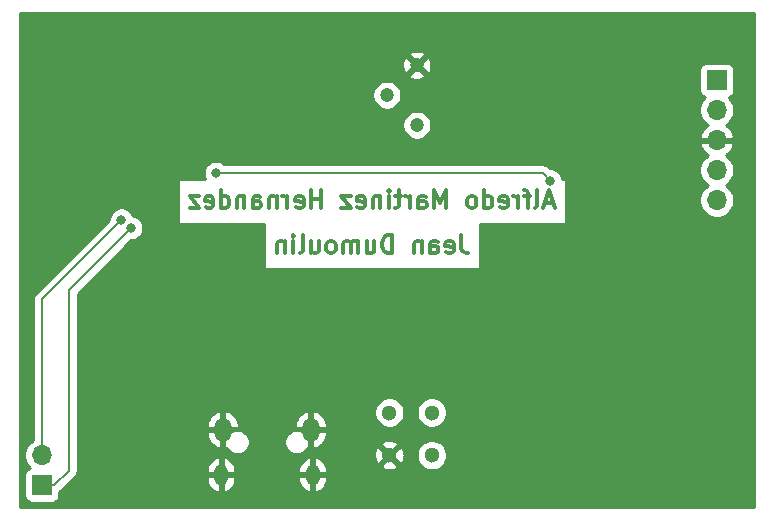
<source format=gbr>
G04 #@! TF.GenerationSoftware,KiCad,Pcbnew,(5.1.5-0-10_14)*
G04 #@! TF.CreationDate,2020-02-15T13:23:39+01:00*
G04 #@! TF.ProjectId,EDS_ALARM,4544535f-414c-4415-924d-2e6b69636164,rev?*
G04 #@! TF.SameCoordinates,Original*
G04 #@! TF.FileFunction,Copper,L2,Bot*
G04 #@! TF.FilePolarity,Positive*
%FSLAX46Y46*%
G04 Gerber Fmt 4.6, Leading zero omitted, Abs format (unit mm)*
G04 Created by KiCad (PCBNEW (5.1.5-0-10_14)) date 2020-02-15 13:23:39*
%MOMM*%
%LPD*%
G04 APERTURE LIST*
%ADD10C,0.300000*%
%ADD11C,1.200000*%
%ADD12C,1.300000*%
%ADD13R,1.700000X1.700000*%
%ADD14O,1.700000X1.700000*%
%ADD15O,1.450000X2.000000*%
%ADD16O,1.150000X1.800000*%
%ADD17C,0.800000*%
%ADD18C,0.200000*%
%ADD19C,0.254000*%
G04 APERTURE END LIST*
D10*
X209501428Y-93158571D02*
X209501428Y-94230000D01*
X209572857Y-94444285D01*
X209715714Y-94587142D01*
X209930000Y-94658571D01*
X210072857Y-94658571D01*
X208215714Y-94587142D02*
X208358571Y-94658571D01*
X208644285Y-94658571D01*
X208787142Y-94587142D01*
X208858571Y-94444285D01*
X208858571Y-93872857D01*
X208787142Y-93730000D01*
X208644285Y-93658571D01*
X208358571Y-93658571D01*
X208215714Y-93730000D01*
X208144285Y-93872857D01*
X208144285Y-94015714D01*
X208858571Y-94158571D01*
X206858571Y-94658571D02*
X206858571Y-93872857D01*
X206930000Y-93730000D01*
X207072857Y-93658571D01*
X207358571Y-93658571D01*
X207501428Y-93730000D01*
X206858571Y-94587142D02*
X207001428Y-94658571D01*
X207358571Y-94658571D01*
X207501428Y-94587142D01*
X207572857Y-94444285D01*
X207572857Y-94301428D01*
X207501428Y-94158571D01*
X207358571Y-94087142D01*
X207001428Y-94087142D01*
X206858571Y-94015714D01*
X206144285Y-93658571D02*
X206144285Y-94658571D01*
X206144285Y-93801428D02*
X206072857Y-93730000D01*
X205930000Y-93658571D01*
X205715714Y-93658571D01*
X205572857Y-93730000D01*
X205501428Y-93872857D01*
X205501428Y-94658571D01*
X203644285Y-94658571D02*
X203644285Y-93158571D01*
X203287142Y-93158571D01*
X203072857Y-93230000D01*
X202930000Y-93372857D01*
X202858571Y-93515714D01*
X202787142Y-93801428D01*
X202787142Y-94015714D01*
X202858571Y-94301428D01*
X202930000Y-94444285D01*
X203072857Y-94587142D01*
X203287142Y-94658571D01*
X203644285Y-94658571D01*
X201501428Y-93658571D02*
X201501428Y-94658571D01*
X202144285Y-93658571D02*
X202144285Y-94444285D01*
X202072857Y-94587142D01*
X201930000Y-94658571D01*
X201715714Y-94658571D01*
X201572857Y-94587142D01*
X201501428Y-94515714D01*
X200787142Y-94658571D02*
X200787142Y-93658571D01*
X200787142Y-93801428D02*
X200715714Y-93730000D01*
X200572857Y-93658571D01*
X200358571Y-93658571D01*
X200215714Y-93730000D01*
X200144285Y-93872857D01*
X200144285Y-94658571D01*
X200144285Y-93872857D02*
X200072857Y-93730000D01*
X199930000Y-93658571D01*
X199715714Y-93658571D01*
X199572857Y-93730000D01*
X199501428Y-93872857D01*
X199501428Y-94658571D01*
X198572857Y-94658571D02*
X198715714Y-94587142D01*
X198787142Y-94515714D01*
X198858571Y-94372857D01*
X198858571Y-93944285D01*
X198787142Y-93801428D01*
X198715714Y-93730000D01*
X198572857Y-93658571D01*
X198358571Y-93658571D01*
X198215714Y-93730000D01*
X198144285Y-93801428D01*
X198072857Y-93944285D01*
X198072857Y-94372857D01*
X198144285Y-94515714D01*
X198215714Y-94587142D01*
X198358571Y-94658571D01*
X198572857Y-94658571D01*
X196787142Y-93658571D02*
X196787142Y-94658571D01*
X197430000Y-93658571D02*
X197430000Y-94444285D01*
X197358571Y-94587142D01*
X197215714Y-94658571D01*
X197001428Y-94658571D01*
X196858571Y-94587142D01*
X196787142Y-94515714D01*
X195858571Y-94658571D02*
X196001428Y-94587142D01*
X196072857Y-94444285D01*
X196072857Y-93158571D01*
X195287142Y-94658571D02*
X195287142Y-93658571D01*
X195287142Y-93158571D02*
X195358571Y-93230000D01*
X195287142Y-93301428D01*
X195215714Y-93230000D01*
X195287142Y-93158571D01*
X195287142Y-93301428D01*
X194572857Y-93658571D02*
X194572857Y-94658571D01*
X194572857Y-93801428D02*
X194501428Y-93730000D01*
X194358571Y-93658571D01*
X194144285Y-93658571D01*
X194001428Y-93730000D01*
X193930000Y-93872857D01*
X193930000Y-94658571D01*
X217287142Y-90420000D02*
X216572857Y-90420000D01*
X217430000Y-90848571D02*
X216930000Y-89348571D01*
X216430000Y-90848571D01*
X215715714Y-90848571D02*
X215858571Y-90777142D01*
X215930000Y-90634285D01*
X215930000Y-89348571D01*
X215358571Y-89848571D02*
X214787142Y-89848571D01*
X215144285Y-90848571D02*
X215144285Y-89562857D01*
X215072857Y-89420000D01*
X214930000Y-89348571D01*
X214787142Y-89348571D01*
X214287142Y-90848571D02*
X214287142Y-89848571D01*
X214287142Y-90134285D02*
X214215714Y-89991428D01*
X214144285Y-89920000D01*
X214001428Y-89848571D01*
X213858571Y-89848571D01*
X212787142Y-90777142D02*
X212930000Y-90848571D01*
X213215714Y-90848571D01*
X213358571Y-90777142D01*
X213430000Y-90634285D01*
X213430000Y-90062857D01*
X213358571Y-89920000D01*
X213215714Y-89848571D01*
X212930000Y-89848571D01*
X212787142Y-89920000D01*
X212715714Y-90062857D01*
X212715714Y-90205714D01*
X213430000Y-90348571D01*
X211430000Y-90848571D02*
X211430000Y-89348571D01*
X211430000Y-90777142D02*
X211572857Y-90848571D01*
X211858571Y-90848571D01*
X212001428Y-90777142D01*
X212072857Y-90705714D01*
X212144285Y-90562857D01*
X212144285Y-90134285D01*
X212072857Y-89991428D01*
X212001428Y-89920000D01*
X211858571Y-89848571D01*
X211572857Y-89848571D01*
X211430000Y-89920000D01*
X210501428Y-90848571D02*
X210644285Y-90777142D01*
X210715714Y-90705714D01*
X210787142Y-90562857D01*
X210787142Y-90134285D01*
X210715714Y-89991428D01*
X210644285Y-89920000D01*
X210501428Y-89848571D01*
X210287142Y-89848571D01*
X210144285Y-89920000D01*
X210072857Y-89991428D01*
X210001428Y-90134285D01*
X210001428Y-90562857D01*
X210072857Y-90705714D01*
X210144285Y-90777142D01*
X210287142Y-90848571D01*
X210501428Y-90848571D01*
X208215714Y-90848571D02*
X208215714Y-89348571D01*
X207715714Y-90420000D01*
X207215714Y-89348571D01*
X207215714Y-90848571D01*
X205858571Y-90848571D02*
X205858571Y-90062857D01*
X205930000Y-89920000D01*
X206072857Y-89848571D01*
X206358571Y-89848571D01*
X206501428Y-89920000D01*
X205858571Y-90777142D02*
X206001428Y-90848571D01*
X206358571Y-90848571D01*
X206501428Y-90777142D01*
X206572857Y-90634285D01*
X206572857Y-90491428D01*
X206501428Y-90348571D01*
X206358571Y-90277142D01*
X206001428Y-90277142D01*
X205858571Y-90205714D01*
X205144285Y-90848571D02*
X205144285Y-89848571D01*
X205144285Y-90134285D02*
X205072857Y-89991428D01*
X205001428Y-89920000D01*
X204858571Y-89848571D01*
X204715714Y-89848571D01*
X204430000Y-89848571D02*
X203858571Y-89848571D01*
X204215714Y-89348571D02*
X204215714Y-90634285D01*
X204144285Y-90777142D01*
X204001428Y-90848571D01*
X203858571Y-90848571D01*
X203358571Y-90848571D02*
X203358571Y-89848571D01*
X203358571Y-89348571D02*
X203430000Y-89420000D01*
X203358571Y-89491428D01*
X203287142Y-89420000D01*
X203358571Y-89348571D01*
X203358571Y-89491428D01*
X202644285Y-89848571D02*
X202644285Y-90848571D01*
X202644285Y-89991428D02*
X202572857Y-89920000D01*
X202430000Y-89848571D01*
X202215714Y-89848571D01*
X202072857Y-89920000D01*
X202001428Y-90062857D01*
X202001428Y-90848571D01*
X200715714Y-90777142D02*
X200858571Y-90848571D01*
X201144285Y-90848571D01*
X201287142Y-90777142D01*
X201358571Y-90634285D01*
X201358571Y-90062857D01*
X201287142Y-89920000D01*
X201144285Y-89848571D01*
X200858571Y-89848571D01*
X200715714Y-89920000D01*
X200644285Y-90062857D01*
X200644285Y-90205714D01*
X201358571Y-90348571D01*
X200144285Y-89848571D02*
X199358571Y-89848571D01*
X200144285Y-90848571D01*
X199358571Y-90848571D01*
X197644285Y-90848571D02*
X197644285Y-89348571D01*
X197644285Y-90062857D02*
X196787142Y-90062857D01*
X196787142Y-90848571D02*
X196787142Y-89348571D01*
X195501428Y-90777142D02*
X195644285Y-90848571D01*
X195930000Y-90848571D01*
X196072857Y-90777142D01*
X196144285Y-90634285D01*
X196144285Y-90062857D01*
X196072857Y-89920000D01*
X195930000Y-89848571D01*
X195644285Y-89848571D01*
X195501428Y-89920000D01*
X195430000Y-90062857D01*
X195430000Y-90205714D01*
X196144285Y-90348571D01*
X194787142Y-90848571D02*
X194787142Y-89848571D01*
X194787142Y-90134285D02*
X194715714Y-89991428D01*
X194644285Y-89920000D01*
X194501428Y-89848571D01*
X194358571Y-89848571D01*
X193858571Y-89848571D02*
X193858571Y-90848571D01*
X193858571Y-89991428D02*
X193787142Y-89920000D01*
X193644285Y-89848571D01*
X193430000Y-89848571D01*
X193287142Y-89920000D01*
X193215714Y-90062857D01*
X193215714Y-90848571D01*
X191858571Y-90848571D02*
X191858571Y-90062857D01*
X191930000Y-89920000D01*
X192072857Y-89848571D01*
X192358571Y-89848571D01*
X192501428Y-89920000D01*
X191858571Y-90777142D02*
X192001428Y-90848571D01*
X192358571Y-90848571D01*
X192501428Y-90777142D01*
X192572857Y-90634285D01*
X192572857Y-90491428D01*
X192501428Y-90348571D01*
X192358571Y-90277142D01*
X192001428Y-90277142D01*
X191858571Y-90205714D01*
X191144285Y-89848571D02*
X191144285Y-90848571D01*
X191144285Y-89991428D02*
X191072857Y-89920000D01*
X190930000Y-89848571D01*
X190715714Y-89848571D01*
X190572857Y-89920000D01*
X190501428Y-90062857D01*
X190501428Y-90848571D01*
X189144285Y-90848571D02*
X189144285Y-89348571D01*
X189144285Y-90777142D02*
X189287142Y-90848571D01*
X189572857Y-90848571D01*
X189715714Y-90777142D01*
X189787142Y-90705714D01*
X189858571Y-90562857D01*
X189858571Y-90134285D01*
X189787142Y-89991428D01*
X189715714Y-89920000D01*
X189572857Y-89848571D01*
X189287142Y-89848571D01*
X189144285Y-89920000D01*
X187858571Y-90777142D02*
X188001428Y-90848571D01*
X188287142Y-90848571D01*
X188430000Y-90777142D01*
X188501428Y-90634285D01*
X188501428Y-90062857D01*
X188430000Y-89920000D01*
X188287142Y-89848571D01*
X188001428Y-89848571D01*
X187858571Y-89920000D01*
X187787142Y-90062857D01*
X187787142Y-90205714D01*
X188501428Y-90348571D01*
X187287142Y-89848571D02*
X186501428Y-89848571D01*
X187287142Y-90848571D01*
X186501428Y-90848571D01*
D11*
X205740000Y-78740000D03*
X203200000Y-81280000D03*
X205740000Y-83820000D03*
D12*
X207010000Y-111760000D03*
X207010000Y-108160000D03*
X203410000Y-108160000D03*
X203410000Y-111760000D03*
D13*
X231140000Y-80010000D03*
D14*
X231140000Y-82550000D03*
X231140000Y-85090000D03*
X231140000Y-87630000D03*
X231140000Y-90170000D03*
D13*
X173990000Y-114300000D03*
D14*
X173990000Y-111760000D03*
D15*
X189315000Y-109600000D03*
X196765000Y-109600000D03*
D16*
X189165000Y-113400000D03*
X196915000Y-113400000D03*
D17*
X179832000Y-90932000D03*
X181546500Y-92521000D03*
X180721000Y-91821000D03*
X188722000Y-87884000D03*
X217043000Y-88519000D03*
D18*
X175040000Y-114300000D02*
X173990000Y-114300000D01*
X176276000Y-113064000D02*
X175040000Y-114300000D01*
X181546500Y-92521000D02*
X176276000Y-97791500D01*
X176276000Y-97791500D02*
X176276000Y-113064000D01*
X173990000Y-103759000D02*
X173990000Y-111760000D01*
X180721000Y-91821000D02*
X173990000Y-98552000D01*
X173990000Y-98552000D02*
X173990000Y-103759000D01*
X188722000Y-87884000D02*
X216408000Y-87884000D01*
X216408000Y-87884000D02*
X217043000Y-88519000D01*
D19*
G36*
X234265001Y-116155000D02*
G01*
X172135000Y-116155000D01*
X172135000Y-113450000D01*
X172501928Y-113450000D01*
X172501928Y-115150000D01*
X172514188Y-115274482D01*
X172550498Y-115394180D01*
X172609463Y-115504494D01*
X172688815Y-115601185D01*
X172785506Y-115680537D01*
X172895820Y-115739502D01*
X173015518Y-115775812D01*
X173140000Y-115788072D01*
X174840000Y-115788072D01*
X174964482Y-115775812D01*
X175084180Y-115739502D01*
X175194494Y-115680537D01*
X175291185Y-115601185D01*
X175370537Y-115504494D01*
X175429502Y-115394180D01*
X175465812Y-115274482D01*
X175478072Y-115150000D01*
X175478072Y-114891311D01*
X175562238Y-114822238D01*
X175585258Y-114794188D01*
X176770193Y-113609254D01*
X176798238Y-113586238D01*
X176846853Y-113527000D01*
X187955000Y-113527000D01*
X187955000Y-113852000D01*
X188003026Y-114085619D01*
X188095706Y-114305380D01*
X188229479Y-114502837D01*
X188399203Y-114670402D01*
X188598356Y-114801636D01*
X188819285Y-114891496D01*
X188851323Y-114893635D01*
X189038000Y-114768550D01*
X189038000Y-113527000D01*
X189292000Y-113527000D01*
X189292000Y-114768550D01*
X189478677Y-114893635D01*
X189510715Y-114891496D01*
X189731644Y-114801636D01*
X189930797Y-114670402D01*
X190100521Y-114502837D01*
X190234294Y-114305380D01*
X190326974Y-114085619D01*
X190375000Y-113852000D01*
X190375000Y-113527000D01*
X195705000Y-113527000D01*
X195705000Y-113852000D01*
X195753026Y-114085619D01*
X195845706Y-114305380D01*
X195979479Y-114502837D01*
X196149203Y-114670402D01*
X196348356Y-114801636D01*
X196569285Y-114891496D01*
X196601323Y-114893635D01*
X196788000Y-114768550D01*
X196788000Y-113527000D01*
X197042000Y-113527000D01*
X197042000Y-114768550D01*
X197228677Y-114893635D01*
X197260715Y-114891496D01*
X197481644Y-114801636D01*
X197680797Y-114670402D01*
X197850521Y-114502837D01*
X197984294Y-114305380D01*
X198076974Y-114085619D01*
X198125000Y-113852000D01*
X198125000Y-113527000D01*
X197042000Y-113527000D01*
X196788000Y-113527000D01*
X195705000Y-113527000D01*
X190375000Y-113527000D01*
X189292000Y-113527000D01*
X189038000Y-113527000D01*
X187955000Y-113527000D01*
X176846853Y-113527000D01*
X176890087Y-113474320D01*
X176958337Y-113346633D01*
X177000365Y-113208085D01*
X177011000Y-113100105D01*
X177014556Y-113064000D01*
X177011000Y-113027895D01*
X177011000Y-112948000D01*
X187955000Y-112948000D01*
X187955000Y-113273000D01*
X189038000Y-113273000D01*
X189038000Y-112031450D01*
X189292000Y-112031450D01*
X189292000Y-113273000D01*
X190375000Y-113273000D01*
X190375000Y-112948000D01*
X195705000Y-112948000D01*
X195705000Y-113273000D01*
X196788000Y-113273000D01*
X196788000Y-112031450D01*
X197042000Y-112031450D01*
X197042000Y-113273000D01*
X198125000Y-113273000D01*
X198125000Y-112948000D01*
X198076974Y-112714381D01*
X198047937Y-112645527D01*
X202704078Y-112645527D01*
X202757466Y-112874201D01*
X202987374Y-112980095D01*
X203233524Y-113039102D01*
X203486455Y-113048952D01*
X203736449Y-113009270D01*
X203973896Y-112921578D01*
X204062534Y-112874201D01*
X204115922Y-112645527D01*
X203410000Y-111939605D01*
X202704078Y-112645527D01*
X198047937Y-112645527D01*
X197984294Y-112494620D01*
X197850521Y-112297163D01*
X197680797Y-112129598D01*
X197481644Y-111998364D01*
X197260715Y-111908504D01*
X197228677Y-111906365D01*
X197042000Y-112031450D01*
X196788000Y-112031450D01*
X196601323Y-111906365D01*
X196569285Y-111908504D01*
X196348356Y-111998364D01*
X196149203Y-112129598D01*
X195979479Y-112297163D01*
X195845706Y-112494620D01*
X195753026Y-112714381D01*
X195705000Y-112948000D01*
X190375000Y-112948000D01*
X190326974Y-112714381D01*
X190234294Y-112494620D01*
X190100521Y-112297163D01*
X189930797Y-112129598D01*
X189731644Y-111998364D01*
X189510715Y-111908504D01*
X189478677Y-111906365D01*
X189292000Y-112031450D01*
X189038000Y-112031450D01*
X188851323Y-111906365D01*
X188819285Y-111908504D01*
X188598356Y-111998364D01*
X188399203Y-112129598D01*
X188229479Y-112297163D01*
X188095706Y-112494620D01*
X188003026Y-112714381D01*
X187955000Y-112948000D01*
X177011000Y-112948000D01*
X177011000Y-111836455D01*
X202121048Y-111836455D01*
X202160730Y-112086449D01*
X202248422Y-112323896D01*
X202295799Y-112412534D01*
X202524473Y-112465922D01*
X203230395Y-111760000D01*
X203589605Y-111760000D01*
X204295527Y-112465922D01*
X204524201Y-112412534D01*
X204630095Y-112182626D01*
X204689102Y-111936476D01*
X204698952Y-111683545D01*
X204690999Y-111633439D01*
X205725000Y-111633439D01*
X205725000Y-111886561D01*
X205774381Y-112134821D01*
X205871247Y-112368676D01*
X206011875Y-112579140D01*
X206190860Y-112758125D01*
X206401324Y-112898753D01*
X206635179Y-112995619D01*
X206883439Y-113045000D01*
X207136561Y-113045000D01*
X207384821Y-112995619D01*
X207618676Y-112898753D01*
X207829140Y-112758125D01*
X208008125Y-112579140D01*
X208148753Y-112368676D01*
X208245619Y-112134821D01*
X208295000Y-111886561D01*
X208295000Y-111633439D01*
X208245619Y-111385179D01*
X208148753Y-111151324D01*
X208008125Y-110940860D01*
X207829140Y-110761875D01*
X207618676Y-110621247D01*
X207384821Y-110524381D01*
X207136561Y-110475000D01*
X206883439Y-110475000D01*
X206635179Y-110524381D01*
X206401324Y-110621247D01*
X206190860Y-110761875D01*
X206011875Y-110940860D01*
X205871247Y-111151324D01*
X205774381Y-111385179D01*
X205725000Y-111633439D01*
X204690999Y-111633439D01*
X204659270Y-111433551D01*
X204571578Y-111196104D01*
X204524201Y-111107466D01*
X204295527Y-111054078D01*
X203589605Y-111760000D01*
X203230395Y-111760000D01*
X202524473Y-111054078D01*
X202295799Y-111107466D01*
X202189905Y-111337374D01*
X202130898Y-111583524D01*
X202121048Y-111836455D01*
X177011000Y-111836455D01*
X177011000Y-109727000D01*
X187955000Y-109727000D01*
X187955000Y-110002000D01*
X188005908Y-110264883D01*
X188107124Y-110512783D01*
X188254758Y-110736173D01*
X188443137Y-110926469D01*
X188665021Y-111076357D01*
X188911883Y-111180078D01*
X188977742Y-111192519D01*
X189188000Y-111069518D01*
X189188000Y-109727000D01*
X189442000Y-109727000D01*
X189442000Y-111069518D01*
X189652258Y-111192519D01*
X189657104Y-111191604D01*
X189736063Y-111309774D01*
X189880226Y-111453937D01*
X190049744Y-111567205D01*
X190238102Y-111645226D01*
X190438061Y-111685000D01*
X190641939Y-111685000D01*
X190841898Y-111645226D01*
X191030256Y-111567205D01*
X191199774Y-111453937D01*
X191343937Y-111309774D01*
X191457205Y-111140256D01*
X191535226Y-110951898D01*
X191575000Y-110751939D01*
X191575000Y-110548061D01*
X194505000Y-110548061D01*
X194505000Y-110751939D01*
X194544774Y-110951898D01*
X194622795Y-111140256D01*
X194736063Y-111309774D01*
X194880226Y-111453937D01*
X195049744Y-111567205D01*
X195238102Y-111645226D01*
X195438061Y-111685000D01*
X195641939Y-111685000D01*
X195841898Y-111645226D01*
X196030256Y-111567205D01*
X196199774Y-111453937D01*
X196343937Y-111309774D01*
X196422896Y-111191604D01*
X196427742Y-111192519D01*
X196638000Y-111069518D01*
X196638000Y-109727000D01*
X196892000Y-109727000D01*
X196892000Y-111069518D01*
X197102258Y-111192519D01*
X197168117Y-111180078D01*
X197414979Y-111076357D01*
X197636863Y-110926469D01*
X197688335Y-110874473D01*
X202704078Y-110874473D01*
X203410000Y-111580395D01*
X204115922Y-110874473D01*
X204062534Y-110645799D01*
X203832626Y-110539905D01*
X203586476Y-110480898D01*
X203333545Y-110471048D01*
X203083551Y-110510730D01*
X202846104Y-110598422D01*
X202757466Y-110645799D01*
X202704078Y-110874473D01*
X197688335Y-110874473D01*
X197825242Y-110736173D01*
X197972876Y-110512783D01*
X198074092Y-110264883D01*
X198125000Y-110002000D01*
X198125000Y-109727000D01*
X196892000Y-109727000D01*
X196638000Y-109727000D01*
X196016266Y-109727000D01*
X195841898Y-109654774D01*
X195641939Y-109615000D01*
X195438061Y-109615000D01*
X195238102Y-109654774D01*
X195049744Y-109732795D01*
X194880226Y-109846063D01*
X194736063Y-109990226D01*
X194622795Y-110159744D01*
X194544774Y-110348102D01*
X194505000Y-110548061D01*
X191575000Y-110548061D01*
X191535226Y-110348102D01*
X191457205Y-110159744D01*
X191343937Y-109990226D01*
X191199774Y-109846063D01*
X191030256Y-109732795D01*
X190841898Y-109654774D01*
X190641939Y-109615000D01*
X190438061Y-109615000D01*
X190238102Y-109654774D01*
X190063734Y-109727000D01*
X189442000Y-109727000D01*
X189188000Y-109727000D01*
X187955000Y-109727000D01*
X177011000Y-109727000D01*
X177011000Y-109198000D01*
X187955000Y-109198000D01*
X187955000Y-109473000D01*
X189188000Y-109473000D01*
X189188000Y-108130482D01*
X189442000Y-108130482D01*
X189442000Y-109473000D01*
X190675000Y-109473000D01*
X190675000Y-109198000D01*
X195405000Y-109198000D01*
X195405000Y-109473000D01*
X196638000Y-109473000D01*
X196638000Y-108130482D01*
X196892000Y-108130482D01*
X196892000Y-109473000D01*
X198125000Y-109473000D01*
X198125000Y-109198000D01*
X198074092Y-108935117D01*
X197972876Y-108687217D01*
X197825242Y-108463827D01*
X197636863Y-108273531D01*
X197414979Y-108123643D01*
X197200289Y-108033439D01*
X202125000Y-108033439D01*
X202125000Y-108286561D01*
X202174381Y-108534821D01*
X202271247Y-108768676D01*
X202411875Y-108979140D01*
X202590860Y-109158125D01*
X202801324Y-109298753D01*
X203035179Y-109395619D01*
X203283439Y-109445000D01*
X203536561Y-109445000D01*
X203784821Y-109395619D01*
X204018676Y-109298753D01*
X204229140Y-109158125D01*
X204408125Y-108979140D01*
X204548753Y-108768676D01*
X204645619Y-108534821D01*
X204695000Y-108286561D01*
X204695000Y-108033439D01*
X205725000Y-108033439D01*
X205725000Y-108286561D01*
X205774381Y-108534821D01*
X205871247Y-108768676D01*
X206011875Y-108979140D01*
X206190860Y-109158125D01*
X206401324Y-109298753D01*
X206635179Y-109395619D01*
X206883439Y-109445000D01*
X207136561Y-109445000D01*
X207384821Y-109395619D01*
X207618676Y-109298753D01*
X207829140Y-109158125D01*
X208008125Y-108979140D01*
X208148753Y-108768676D01*
X208245619Y-108534821D01*
X208295000Y-108286561D01*
X208295000Y-108033439D01*
X208245619Y-107785179D01*
X208148753Y-107551324D01*
X208008125Y-107340860D01*
X207829140Y-107161875D01*
X207618676Y-107021247D01*
X207384821Y-106924381D01*
X207136561Y-106875000D01*
X206883439Y-106875000D01*
X206635179Y-106924381D01*
X206401324Y-107021247D01*
X206190860Y-107161875D01*
X206011875Y-107340860D01*
X205871247Y-107551324D01*
X205774381Y-107785179D01*
X205725000Y-108033439D01*
X204695000Y-108033439D01*
X204645619Y-107785179D01*
X204548753Y-107551324D01*
X204408125Y-107340860D01*
X204229140Y-107161875D01*
X204018676Y-107021247D01*
X203784821Y-106924381D01*
X203536561Y-106875000D01*
X203283439Y-106875000D01*
X203035179Y-106924381D01*
X202801324Y-107021247D01*
X202590860Y-107161875D01*
X202411875Y-107340860D01*
X202271247Y-107551324D01*
X202174381Y-107785179D01*
X202125000Y-108033439D01*
X197200289Y-108033439D01*
X197168117Y-108019922D01*
X197102258Y-108007481D01*
X196892000Y-108130482D01*
X196638000Y-108130482D01*
X196427742Y-108007481D01*
X196361883Y-108019922D01*
X196115021Y-108123643D01*
X195893137Y-108273531D01*
X195704758Y-108463827D01*
X195557124Y-108687217D01*
X195455908Y-108935117D01*
X195405000Y-109198000D01*
X190675000Y-109198000D01*
X190624092Y-108935117D01*
X190522876Y-108687217D01*
X190375242Y-108463827D01*
X190186863Y-108273531D01*
X189964979Y-108123643D01*
X189718117Y-108019922D01*
X189652258Y-108007481D01*
X189442000Y-108130482D01*
X189188000Y-108130482D01*
X188977742Y-108007481D01*
X188911883Y-108019922D01*
X188665021Y-108123643D01*
X188443137Y-108273531D01*
X188254758Y-108463827D01*
X188107124Y-108687217D01*
X188005908Y-108935117D01*
X187955000Y-109198000D01*
X177011000Y-109198000D01*
X177011000Y-98095946D01*
X181550947Y-93556000D01*
X181648439Y-93556000D01*
X181848398Y-93516226D01*
X182036756Y-93438205D01*
X182206274Y-93324937D01*
X182350437Y-93180774D01*
X182463705Y-93011256D01*
X182541726Y-92822898D01*
X182581500Y-92622939D01*
X182581500Y-92419061D01*
X182541726Y-92219102D01*
X182463705Y-92030744D01*
X182350437Y-91861226D01*
X182206274Y-91717063D01*
X182036756Y-91603795D01*
X181848398Y-91525774D01*
X181707370Y-91497722D01*
X181638205Y-91330744D01*
X181524937Y-91161226D01*
X181380774Y-91017063D01*
X181211256Y-90903795D01*
X181022898Y-90825774D01*
X180822939Y-90786000D01*
X180619061Y-90786000D01*
X180419102Y-90825774D01*
X180230744Y-90903795D01*
X180061226Y-91017063D01*
X179917063Y-91161226D01*
X179803795Y-91330744D01*
X179725774Y-91519102D01*
X179686000Y-91719061D01*
X179686000Y-91816553D01*
X173495808Y-98006746D01*
X173467762Y-98029763D01*
X173375913Y-98141681D01*
X173307663Y-98269368D01*
X173294204Y-98313737D01*
X173265635Y-98407915D01*
X173251444Y-98552000D01*
X173255000Y-98588105D01*
X173255001Y-103722886D01*
X173255000Y-103722896D01*
X173255001Y-110465117D01*
X173043368Y-110606525D01*
X172836525Y-110813368D01*
X172674010Y-111056589D01*
X172562068Y-111326842D01*
X172505000Y-111613740D01*
X172505000Y-111906260D01*
X172562068Y-112193158D01*
X172674010Y-112463411D01*
X172836525Y-112706632D01*
X172968380Y-112838487D01*
X172895820Y-112860498D01*
X172785506Y-112919463D01*
X172688815Y-112998815D01*
X172609463Y-113095506D01*
X172550498Y-113205820D01*
X172514188Y-113325518D01*
X172501928Y-113450000D01*
X172135000Y-113450000D01*
X172135000Y-88380000D01*
X185502143Y-88380000D01*
X185502143Y-92200000D01*
X192787857Y-92200000D01*
X192787857Y-96010000D01*
X211072143Y-96010000D01*
X211072143Y-92200000D01*
X218357857Y-92200000D01*
X218357857Y-88380000D01*
X218070628Y-88380000D01*
X218038226Y-88217102D01*
X217960205Y-88028744D01*
X217846937Y-87859226D01*
X217702774Y-87715063D01*
X217533256Y-87601795D01*
X217344898Y-87523774D01*
X217144939Y-87484000D01*
X217047446Y-87484000D01*
X217047186Y-87483740D01*
X229655000Y-87483740D01*
X229655000Y-87776260D01*
X229712068Y-88063158D01*
X229824010Y-88333411D01*
X229986525Y-88576632D01*
X230193368Y-88783475D01*
X230367760Y-88900000D01*
X230193368Y-89016525D01*
X229986525Y-89223368D01*
X229824010Y-89466589D01*
X229712068Y-89736842D01*
X229655000Y-90023740D01*
X229655000Y-90316260D01*
X229712068Y-90603158D01*
X229824010Y-90873411D01*
X229986525Y-91116632D01*
X230193368Y-91323475D01*
X230436589Y-91485990D01*
X230706842Y-91597932D01*
X230993740Y-91655000D01*
X231286260Y-91655000D01*
X231573158Y-91597932D01*
X231843411Y-91485990D01*
X232086632Y-91323475D01*
X232293475Y-91116632D01*
X232455990Y-90873411D01*
X232567932Y-90603158D01*
X232625000Y-90316260D01*
X232625000Y-90023740D01*
X232567932Y-89736842D01*
X232455990Y-89466589D01*
X232293475Y-89223368D01*
X232086632Y-89016525D01*
X231912240Y-88900000D01*
X232086632Y-88783475D01*
X232293475Y-88576632D01*
X232455990Y-88333411D01*
X232567932Y-88063158D01*
X232625000Y-87776260D01*
X232625000Y-87483740D01*
X232567932Y-87196842D01*
X232455990Y-86926589D01*
X232293475Y-86683368D01*
X232086632Y-86476525D01*
X231904466Y-86354805D01*
X232021355Y-86285178D01*
X232237588Y-86090269D01*
X232411641Y-85856920D01*
X232536825Y-85594099D01*
X232581476Y-85446890D01*
X232460155Y-85217000D01*
X231267000Y-85217000D01*
X231267000Y-85237000D01*
X231013000Y-85237000D01*
X231013000Y-85217000D01*
X229819845Y-85217000D01*
X229698524Y-85446890D01*
X229743175Y-85594099D01*
X229868359Y-85856920D01*
X230042412Y-86090269D01*
X230258645Y-86285178D01*
X230375534Y-86354805D01*
X230193368Y-86476525D01*
X229986525Y-86683368D01*
X229824010Y-86926589D01*
X229712068Y-87196842D01*
X229655000Y-87483740D01*
X217047186Y-87483740D01*
X216953258Y-87389812D01*
X216930238Y-87361762D01*
X216818320Y-87269913D01*
X216690633Y-87201663D01*
X216552085Y-87159635D01*
X216444105Y-87149000D01*
X216408000Y-87145444D01*
X216371895Y-87149000D01*
X189450711Y-87149000D01*
X189381774Y-87080063D01*
X189212256Y-86966795D01*
X189023898Y-86888774D01*
X188823939Y-86849000D01*
X188620061Y-86849000D01*
X188420102Y-86888774D01*
X188231744Y-86966795D01*
X188062226Y-87080063D01*
X187918063Y-87224226D01*
X187804795Y-87393744D01*
X187726774Y-87582102D01*
X187687000Y-87782061D01*
X187687000Y-87985939D01*
X187726774Y-88185898D01*
X187804795Y-88374256D01*
X187808633Y-88380000D01*
X185502143Y-88380000D01*
X172135000Y-88380000D01*
X172135000Y-83698363D01*
X204505000Y-83698363D01*
X204505000Y-83941637D01*
X204552460Y-84180236D01*
X204645557Y-84404992D01*
X204780713Y-84607267D01*
X204952733Y-84779287D01*
X205155008Y-84914443D01*
X205379764Y-85007540D01*
X205618363Y-85055000D01*
X205861637Y-85055000D01*
X206100236Y-85007540D01*
X206324992Y-84914443D01*
X206527267Y-84779287D01*
X206699287Y-84607267D01*
X206834443Y-84404992D01*
X206927540Y-84180236D01*
X206975000Y-83941637D01*
X206975000Y-83698363D01*
X206927540Y-83459764D01*
X206834443Y-83235008D01*
X206699287Y-83032733D01*
X206527267Y-82860713D01*
X206324992Y-82725557D01*
X206100236Y-82632460D01*
X205861637Y-82585000D01*
X205618363Y-82585000D01*
X205379764Y-82632460D01*
X205155008Y-82725557D01*
X204952733Y-82860713D01*
X204780713Y-83032733D01*
X204645557Y-83235008D01*
X204552460Y-83459764D01*
X204505000Y-83698363D01*
X172135000Y-83698363D01*
X172135000Y-81158363D01*
X201965000Y-81158363D01*
X201965000Y-81401637D01*
X202012460Y-81640236D01*
X202105557Y-81864992D01*
X202240713Y-82067267D01*
X202412733Y-82239287D01*
X202615008Y-82374443D01*
X202839764Y-82467540D01*
X203078363Y-82515000D01*
X203321637Y-82515000D01*
X203560236Y-82467540D01*
X203784992Y-82374443D01*
X203987267Y-82239287D01*
X204159287Y-82067267D01*
X204294443Y-81864992D01*
X204387540Y-81640236D01*
X204435000Y-81401637D01*
X204435000Y-81158363D01*
X204387540Y-80919764D01*
X204294443Y-80695008D01*
X204159287Y-80492733D01*
X203987267Y-80320713D01*
X203784992Y-80185557D01*
X203560236Y-80092460D01*
X203321637Y-80045000D01*
X203078363Y-80045000D01*
X202839764Y-80092460D01*
X202615008Y-80185557D01*
X202412733Y-80320713D01*
X202240713Y-80492733D01*
X202105557Y-80695008D01*
X202012460Y-80919764D01*
X201965000Y-81158363D01*
X172135000Y-81158363D01*
X172135000Y-79589764D01*
X205069841Y-79589764D01*
X205117148Y-79813348D01*
X205338516Y-79914237D01*
X205575313Y-79970000D01*
X205818438Y-79978495D01*
X206058549Y-79939395D01*
X206286418Y-79854202D01*
X206362852Y-79813348D01*
X206410159Y-79589764D01*
X205740000Y-78919605D01*
X205069841Y-79589764D01*
X172135000Y-79589764D01*
X172135000Y-78818438D01*
X204501505Y-78818438D01*
X204540605Y-79058549D01*
X204625798Y-79286418D01*
X204666652Y-79362852D01*
X204890236Y-79410159D01*
X205560395Y-78740000D01*
X205919605Y-78740000D01*
X206589764Y-79410159D01*
X206813348Y-79362852D01*
X206905798Y-79160000D01*
X229651928Y-79160000D01*
X229651928Y-80860000D01*
X229664188Y-80984482D01*
X229700498Y-81104180D01*
X229759463Y-81214494D01*
X229838815Y-81311185D01*
X229935506Y-81390537D01*
X230045820Y-81449502D01*
X230118380Y-81471513D01*
X229986525Y-81603368D01*
X229824010Y-81846589D01*
X229712068Y-82116842D01*
X229655000Y-82403740D01*
X229655000Y-82696260D01*
X229712068Y-82983158D01*
X229824010Y-83253411D01*
X229986525Y-83496632D01*
X230193368Y-83703475D01*
X230375534Y-83825195D01*
X230258645Y-83894822D01*
X230042412Y-84089731D01*
X229868359Y-84323080D01*
X229743175Y-84585901D01*
X229698524Y-84733110D01*
X229819845Y-84963000D01*
X231013000Y-84963000D01*
X231013000Y-84943000D01*
X231267000Y-84943000D01*
X231267000Y-84963000D01*
X232460155Y-84963000D01*
X232581476Y-84733110D01*
X232536825Y-84585901D01*
X232411641Y-84323080D01*
X232237588Y-84089731D01*
X232021355Y-83894822D01*
X231904466Y-83825195D01*
X232086632Y-83703475D01*
X232293475Y-83496632D01*
X232455990Y-83253411D01*
X232567932Y-82983158D01*
X232625000Y-82696260D01*
X232625000Y-82403740D01*
X232567932Y-82116842D01*
X232455990Y-81846589D01*
X232293475Y-81603368D01*
X232161620Y-81471513D01*
X232234180Y-81449502D01*
X232344494Y-81390537D01*
X232441185Y-81311185D01*
X232520537Y-81214494D01*
X232579502Y-81104180D01*
X232615812Y-80984482D01*
X232628072Y-80860000D01*
X232628072Y-79160000D01*
X232615812Y-79035518D01*
X232579502Y-78915820D01*
X232520537Y-78805506D01*
X232441185Y-78708815D01*
X232344494Y-78629463D01*
X232234180Y-78570498D01*
X232114482Y-78534188D01*
X231990000Y-78521928D01*
X230290000Y-78521928D01*
X230165518Y-78534188D01*
X230045820Y-78570498D01*
X229935506Y-78629463D01*
X229838815Y-78708815D01*
X229759463Y-78805506D01*
X229700498Y-78915820D01*
X229664188Y-79035518D01*
X229651928Y-79160000D01*
X206905798Y-79160000D01*
X206914237Y-79141484D01*
X206970000Y-78904687D01*
X206978495Y-78661562D01*
X206939395Y-78421451D01*
X206854202Y-78193582D01*
X206813348Y-78117148D01*
X206589764Y-78069841D01*
X205919605Y-78740000D01*
X205560395Y-78740000D01*
X204890236Y-78069841D01*
X204666652Y-78117148D01*
X204565763Y-78338516D01*
X204510000Y-78575313D01*
X204501505Y-78818438D01*
X172135000Y-78818438D01*
X172135000Y-77890236D01*
X205069841Y-77890236D01*
X205740000Y-78560395D01*
X206410159Y-77890236D01*
X206362852Y-77666652D01*
X206141484Y-77565763D01*
X205904687Y-77510000D01*
X205661562Y-77501505D01*
X205421451Y-77540605D01*
X205193582Y-77625798D01*
X205117148Y-77666652D01*
X205069841Y-77890236D01*
X172135000Y-77890236D01*
X172135000Y-74345000D01*
X234265000Y-74345000D01*
X234265001Y-116155000D01*
G37*
X234265001Y-116155000D02*
X172135000Y-116155000D01*
X172135000Y-113450000D01*
X172501928Y-113450000D01*
X172501928Y-115150000D01*
X172514188Y-115274482D01*
X172550498Y-115394180D01*
X172609463Y-115504494D01*
X172688815Y-115601185D01*
X172785506Y-115680537D01*
X172895820Y-115739502D01*
X173015518Y-115775812D01*
X173140000Y-115788072D01*
X174840000Y-115788072D01*
X174964482Y-115775812D01*
X175084180Y-115739502D01*
X175194494Y-115680537D01*
X175291185Y-115601185D01*
X175370537Y-115504494D01*
X175429502Y-115394180D01*
X175465812Y-115274482D01*
X175478072Y-115150000D01*
X175478072Y-114891311D01*
X175562238Y-114822238D01*
X175585258Y-114794188D01*
X176770193Y-113609254D01*
X176798238Y-113586238D01*
X176846853Y-113527000D01*
X187955000Y-113527000D01*
X187955000Y-113852000D01*
X188003026Y-114085619D01*
X188095706Y-114305380D01*
X188229479Y-114502837D01*
X188399203Y-114670402D01*
X188598356Y-114801636D01*
X188819285Y-114891496D01*
X188851323Y-114893635D01*
X189038000Y-114768550D01*
X189038000Y-113527000D01*
X189292000Y-113527000D01*
X189292000Y-114768550D01*
X189478677Y-114893635D01*
X189510715Y-114891496D01*
X189731644Y-114801636D01*
X189930797Y-114670402D01*
X190100521Y-114502837D01*
X190234294Y-114305380D01*
X190326974Y-114085619D01*
X190375000Y-113852000D01*
X190375000Y-113527000D01*
X195705000Y-113527000D01*
X195705000Y-113852000D01*
X195753026Y-114085619D01*
X195845706Y-114305380D01*
X195979479Y-114502837D01*
X196149203Y-114670402D01*
X196348356Y-114801636D01*
X196569285Y-114891496D01*
X196601323Y-114893635D01*
X196788000Y-114768550D01*
X196788000Y-113527000D01*
X197042000Y-113527000D01*
X197042000Y-114768550D01*
X197228677Y-114893635D01*
X197260715Y-114891496D01*
X197481644Y-114801636D01*
X197680797Y-114670402D01*
X197850521Y-114502837D01*
X197984294Y-114305380D01*
X198076974Y-114085619D01*
X198125000Y-113852000D01*
X198125000Y-113527000D01*
X197042000Y-113527000D01*
X196788000Y-113527000D01*
X195705000Y-113527000D01*
X190375000Y-113527000D01*
X189292000Y-113527000D01*
X189038000Y-113527000D01*
X187955000Y-113527000D01*
X176846853Y-113527000D01*
X176890087Y-113474320D01*
X176958337Y-113346633D01*
X177000365Y-113208085D01*
X177011000Y-113100105D01*
X177014556Y-113064000D01*
X177011000Y-113027895D01*
X177011000Y-112948000D01*
X187955000Y-112948000D01*
X187955000Y-113273000D01*
X189038000Y-113273000D01*
X189038000Y-112031450D01*
X189292000Y-112031450D01*
X189292000Y-113273000D01*
X190375000Y-113273000D01*
X190375000Y-112948000D01*
X195705000Y-112948000D01*
X195705000Y-113273000D01*
X196788000Y-113273000D01*
X196788000Y-112031450D01*
X197042000Y-112031450D01*
X197042000Y-113273000D01*
X198125000Y-113273000D01*
X198125000Y-112948000D01*
X198076974Y-112714381D01*
X198047937Y-112645527D01*
X202704078Y-112645527D01*
X202757466Y-112874201D01*
X202987374Y-112980095D01*
X203233524Y-113039102D01*
X203486455Y-113048952D01*
X203736449Y-113009270D01*
X203973896Y-112921578D01*
X204062534Y-112874201D01*
X204115922Y-112645527D01*
X203410000Y-111939605D01*
X202704078Y-112645527D01*
X198047937Y-112645527D01*
X197984294Y-112494620D01*
X197850521Y-112297163D01*
X197680797Y-112129598D01*
X197481644Y-111998364D01*
X197260715Y-111908504D01*
X197228677Y-111906365D01*
X197042000Y-112031450D01*
X196788000Y-112031450D01*
X196601323Y-111906365D01*
X196569285Y-111908504D01*
X196348356Y-111998364D01*
X196149203Y-112129598D01*
X195979479Y-112297163D01*
X195845706Y-112494620D01*
X195753026Y-112714381D01*
X195705000Y-112948000D01*
X190375000Y-112948000D01*
X190326974Y-112714381D01*
X190234294Y-112494620D01*
X190100521Y-112297163D01*
X189930797Y-112129598D01*
X189731644Y-111998364D01*
X189510715Y-111908504D01*
X189478677Y-111906365D01*
X189292000Y-112031450D01*
X189038000Y-112031450D01*
X188851323Y-111906365D01*
X188819285Y-111908504D01*
X188598356Y-111998364D01*
X188399203Y-112129598D01*
X188229479Y-112297163D01*
X188095706Y-112494620D01*
X188003026Y-112714381D01*
X187955000Y-112948000D01*
X177011000Y-112948000D01*
X177011000Y-111836455D01*
X202121048Y-111836455D01*
X202160730Y-112086449D01*
X202248422Y-112323896D01*
X202295799Y-112412534D01*
X202524473Y-112465922D01*
X203230395Y-111760000D01*
X203589605Y-111760000D01*
X204295527Y-112465922D01*
X204524201Y-112412534D01*
X204630095Y-112182626D01*
X204689102Y-111936476D01*
X204698952Y-111683545D01*
X204690999Y-111633439D01*
X205725000Y-111633439D01*
X205725000Y-111886561D01*
X205774381Y-112134821D01*
X205871247Y-112368676D01*
X206011875Y-112579140D01*
X206190860Y-112758125D01*
X206401324Y-112898753D01*
X206635179Y-112995619D01*
X206883439Y-113045000D01*
X207136561Y-113045000D01*
X207384821Y-112995619D01*
X207618676Y-112898753D01*
X207829140Y-112758125D01*
X208008125Y-112579140D01*
X208148753Y-112368676D01*
X208245619Y-112134821D01*
X208295000Y-111886561D01*
X208295000Y-111633439D01*
X208245619Y-111385179D01*
X208148753Y-111151324D01*
X208008125Y-110940860D01*
X207829140Y-110761875D01*
X207618676Y-110621247D01*
X207384821Y-110524381D01*
X207136561Y-110475000D01*
X206883439Y-110475000D01*
X206635179Y-110524381D01*
X206401324Y-110621247D01*
X206190860Y-110761875D01*
X206011875Y-110940860D01*
X205871247Y-111151324D01*
X205774381Y-111385179D01*
X205725000Y-111633439D01*
X204690999Y-111633439D01*
X204659270Y-111433551D01*
X204571578Y-111196104D01*
X204524201Y-111107466D01*
X204295527Y-111054078D01*
X203589605Y-111760000D01*
X203230395Y-111760000D01*
X202524473Y-111054078D01*
X202295799Y-111107466D01*
X202189905Y-111337374D01*
X202130898Y-111583524D01*
X202121048Y-111836455D01*
X177011000Y-111836455D01*
X177011000Y-109727000D01*
X187955000Y-109727000D01*
X187955000Y-110002000D01*
X188005908Y-110264883D01*
X188107124Y-110512783D01*
X188254758Y-110736173D01*
X188443137Y-110926469D01*
X188665021Y-111076357D01*
X188911883Y-111180078D01*
X188977742Y-111192519D01*
X189188000Y-111069518D01*
X189188000Y-109727000D01*
X189442000Y-109727000D01*
X189442000Y-111069518D01*
X189652258Y-111192519D01*
X189657104Y-111191604D01*
X189736063Y-111309774D01*
X189880226Y-111453937D01*
X190049744Y-111567205D01*
X190238102Y-111645226D01*
X190438061Y-111685000D01*
X190641939Y-111685000D01*
X190841898Y-111645226D01*
X191030256Y-111567205D01*
X191199774Y-111453937D01*
X191343937Y-111309774D01*
X191457205Y-111140256D01*
X191535226Y-110951898D01*
X191575000Y-110751939D01*
X191575000Y-110548061D01*
X194505000Y-110548061D01*
X194505000Y-110751939D01*
X194544774Y-110951898D01*
X194622795Y-111140256D01*
X194736063Y-111309774D01*
X194880226Y-111453937D01*
X195049744Y-111567205D01*
X195238102Y-111645226D01*
X195438061Y-111685000D01*
X195641939Y-111685000D01*
X195841898Y-111645226D01*
X196030256Y-111567205D01*
X196199774Y-111453937D01*
X196343937Y-111309774D01*
X196422896Y-111191604D01*
X196427742Y-111192519D01*
X196638000Y-111069518D01*
X196638000Y-109727000D01*
X196892000Y-109727000D01*
X196892000Y-111069518D01*
X197102258Y-111192519D01*
X197168117Y-111180078D01*
X197414979Y-111076357D01*
X197636863Y-110926469D01*
X197688335Y-110874473D01*
X202704078Y-110874473D01*
X203410000Y-111580395D01*
X204115922Y-110874473D01*
X204062534Y-110645799D01*
X203832626Y-110539905D01*
X203586476Y-110480898D01*
X203333545Y-110471048D01*
X203083551Y-110510730D01*
X202846104Y-110598422D01*
X202757466Y-110645799D01*
X202704078Y-110874473D01*
X197688335Y-110874473D01*
X197825242Y-110736173D01*
X197972876Y-110512783D01*
X198074092Y-110264883D01*
X198125000Y-110002000D01*
X198125000Y-109727000D01*
X196892000Y-109727000D01*
X196638000Y-109727000D01*
X196016266Y-109727000D01*
X195841898Y-109654774D01*
X195641939Y-109615000D01*
X195438061Y-109615000D01*
X195238102Y-109654774D01*
X195049744Y-109732795D01*
X194880226Y-109846063D01*
X194736063Y-109990226D01*
X194622795Y-110159744D01*
X194544774Y-110348102D01*
X194505000Y-110548061D01*
X191575000Y-110548061D01*
X191535226Y-110348102D01*
X191457205Y-110159744D01*
X191343937Y-109990226D01*
X191199774Y-109846063D01*
X191030256Y-109732795D01*
X190841898Y-109654774D01*
X190641939Y-109615000D01*
X190438061Y-109615000D01*
X190238102Y-109654774D01*
X190063734Y-109727000D01*
X189442000Y-109727000D01*
X189188000Y-109727000D01*
X187955000Y-109727000D01*
X177011000Y-109727000D01*
X177011000Y-109198000D01*
X187955000Y-109198000D01*
X187955000Y-109473000D01*
X189188000Y-109473000D01*
X189188000Y-108130482D01*
X189442000Y-108130482D01*
X189442000Y-109473000D01*
X190675000Y-109473000D01*
X190675000Y-109198000D01*
X195405000Y-109198000D01*
X195405000Y-109473000D01*
X196638000Y-109473000D01*
X196638000Y-108130482D01*
X196892000Y-108130482D01*
X196892000Y-109473000D01*
X198125000Y-109473000D01*
X198125000Y-109198000D01*
X198074092Y-108935117D01*
X197972876Y-108687217D01*
X197825242Y-108463827D01*
X197636863Y-108273531D01*
X197414979Y-108123643D01*
X197200289Y-108033439D01*
X202125000Y-108033439D01*
X202125000Y-108286561D01*
X202174381Y-108534821D01*
X202271247Y-108768676D01*
X202411875Y-108979140D01*
X202590860Y-109158125D01*
X202801324Y-109298753D01*
X203035179Y-109395619D01*
X203283439Y-109445000D01*
X203536561Y-109445000D01*
X203784821Y-109395619D01*
X204018676Y-109298753D01*
X204229140Y-109158125D01*
X204408125Y-108979140D01*
X204548753Y-108768676D01*
X204645619Y-108534821D01*
X204695000Y-108286561D01*
X204695000Y-108033439D01*
X205725000Y-108033439D01*
X205725000Y-108286561D01*
X205774381Y-108534821D01*
X205871247Y-108768676D01*
X206011875Y-108979140D01*
X206190860Y-109158125D01*
X206401324Y-109298753D01*
X206635179Y-109395619D01*
X206883439Y-109445000D01*
X207136561Y-109445000D01*
X207384821Y-109395619D01*
X207618676Y-109298753D01*
X207829140Y-109158125D01*
X208008125Y-108979140D01*
X208148753Y-108768676D01*
X208245619Y-108534821D01*
X208295000Y-108286561D01*
X208295000Y-108033439D01*
X208245619Y-107785179D01*
X208148753Y-107551324D01*
X208008125Y-107340860D01*
X207829140Y-107161875D01*
X207618676Y-107021247D01*
X207384821Y-106924381D01*
X207136561Y-106875000D01*
X206883439Y-106875000D01*
X206635179Y-106924381D01*
X206401324Y-107021247D01*
X206190860Y-107161875D01*
X206011875Y-107340860D01*
X205871247Y-107551324D01*
X205774381Y-107785179D01*
X205725000Y-108033439D01*
X204695000Y-108033439D01*
X204645619Y-107785179D01*
X204548753Y-107551324D01*
X204408125Y-107340860D01*
X204229140Y-107161875D01*
X204018676Y-107021247D01*
X203784821Y-106924381D01*
X203536561Y-106875000D01*
X203283439Y-106875000D01*
X203035179Y-106924381D01*
X202801324Y-107021247D01*
X202590860Y-107161875D01*
X202411875Y-107340860D01*
X202271247Y-107551324D01*
X202174381Y-107785179D01*
X202125000Y-108033439D01*
X197200289Y-108033439D01*
X197168117Y-108019922D01*
X197102258Y-108007481D01*
X196892000Y-108130482D01*
X196638000Y-108130482D01*
X196427742Y-108007481D01*
X196361883Y-108019922D01*
X196115021Y-108123643D01*
X195893137Y-108273531D01*
X195704758Y-108463827D01*
X195557124Y-108687217D01*
X195455908Y-108935117D01*
X195405000Y-109198000D01*
X190675000Y-109198000D01*
X190624092Y-108935117D01*
X190522876Y-108687217D01*
X190375242Y-108463827D01*
X190186863Y-108273531D01*
X189964979Y-108123643D01*
X189718117Y-108019922D01*
X189652258Y-108007481D01*
X189442000Y-108130482D01*
X189188000Y-108130482D01*
X188977742Y-108007481D01*
X188911883Y-108019922D01*
X188665021Y-108123643D01*
X188443137Y-108273531D01*
X188254758Y-108463827D01*
X188107124Y-108687217D01*
X188005908Y-108935117D01*
X187955000Y-109198000D01*
X177011000Y-109198000D01*
X177011000Y-98095946D01*
X181550947Y-93556000D01*
X181648439Y-93556000D01*
X181848398Y-93516226D01*
X182036756Y-93438205D01*
X182206274Y-93324937D01*
X182350437Y-93180774D01*
X182463705Y-93011256D01*
X182541726Y-92822898D01*
X182581500Y-92622939D01*
X182581500Y-92419061D01*
X182541726Y-92219102D01*
X182463705Y-92030744D01*
X182350437Y-91861226D01*
X182206274Y-91717063D01*
X182036756Y-91603795D01*
X181848398Y-91525774D01*
X181707370Y-91497722D01*
X181638205Y-91330744D01*
X181524937Y-91161226D01*
X181380774Y-91017063D01*
X181211256Y-90903795D01*
X181022898Y-90825774D01*
X180822939Y-90786000D01*
X180619061Y-90786000D01*
X180419102Y-90825774D01*
X180230744Y-90903795D01*
X180061226Y-91017063D01*
X179917063Y-91161226D01*
X179803795Y-91330744D01*
X179725774Y-91519102D01*
X179686000Y-91719061D01*
X179686000Y-91816553D01*
X173495808Y-98006746D01*
X173467762Y-98029763D01*
X173375913Y-98141681D01*
X173307663Y-98269368D01*
X173294204Y-98313737D01*
X173265635Y-98407915D01*
X173251444Y-98552000D01*
X173255000Y-98588105D01*
X173255001Y-103722886D01*
X173255000Y-103722896D01*
X173255001Y-110465117D01*
X173043368Y-110606525D01*
X172836525Y-110813368D01*
X172674010Y-111056589D01*
X172562068Y-111326842D01*
X172505000Y-111613740D01*
X172505000Y-111906260D01*
X172562068Y-112193158D01*
X172674010Y-112463411D01*
X172836525Y-112706632D01*
X172968380Y-112838487D01*
X172895820Y-112860498D01*
X172785506Y-112919463D01*
X172688815Y-112998815D01*
X172609463Y-113095506D01*
X172550498Y-113205820D01*
X172514188Y-113325518D01*
X172501928Y-113450000D01*
X172135000Y-113450000D01*
X172135000Y-88380000D01*
X185502143Y-88380000D01*
X185502143Y-92200000D01*
X192787857Y-92200000D01*
X192787857Y-96010000D01*
X211072143Y-96010000D01*
X211072143Y-92200000D01*
X218357857Y-92200000D01*
X218357857Y-88380000D01*
X218070628Y-88380000D01*
X218038226Y-88217102D01*
X217960205Y-88028744D01*
X217846937Y-87859226D01*
X217702774Y-87715063D01*
X217533256Y-87601795D01*
X217344898Y-87523774D01*
X217144939Y-87484000D01*
X217047446Y-87484000D01*
X217047186Y-87483740D01*
X229655000Y-87483740D01*
X229655000Y-87776260D01*
X229712068Y-88063158D01*
X229824010Y-88333411D01*
X229986525Y-88576632D01*
X230193368Y-88783475D01*
X230367760Y-88900000D01*
X230193368Y-89016525D01*
X229986525Y-89223368D01*
X229824010Y-89466589D01*
X229712068Y-89736842D01*
X229655000Y-90023740D01*
X229655000Y-90316260D01*
X229712068Y-90603158D01*
X229824010Y-90873411D01*
X229986525Y-91116632D01*
X230193368Y-91323475D01*
X230436589Y-91485990D01*
X230706842Y-91597932D01*
X230993740Y-91655000D01*
X231286260Y-91655000D01*
X231573158Y-91597932D01*
X231843411Y-91485990D01*
X232086632Y-91323475D01*
X232293475Y-91116632D01*
X232455990Y-90873411D01*
X232567932Y-90603158D01*
X232625000Y-90316260D01*
X232625000Y-90023740D01*
X232567932Y-89736842D01*
X232455990Y-89466589D01*
X232293475Y-89223368D01*
X232086632Y-89016525D01*
X231912240Y-88900000D01*
X232086632Y-88783475D01*
X232293475Y-88576632D01*
X232455990Y-88333411D01*
X232567932Y-88063158D01*
X232625000Y-87776260D01*
X232625000Y-87483740D01*
X232567932Y-87196842D01*
X232455990Y-86926589D01*
X232293475Y-86683368D01*
X232086632Y-86476525D01*
X231904466Y-86354805D01*
X232021355Y-86285178D01*
X232237588Y-86090269D01*
X232411641Y-85856920D01*
X232536825Y-85594099D01*
X232581476Y-85446890D01*
X232460155Y-85217000D01*
X231267000Y-85217000D01*
X231267000Y-85237000D01*
X231013000Y-85237000D01*
X231013000Y-85217000D01*
X229819845Y-85217000D01*
X229698524Y-85446890D01*
X229743175Y-85594099D01*
X229868359Y-85856920D01*
X230042412Y-86090269D01*
X230258645Y-86285178D01*
X230375534Y-86354805D01*
X230193368Y-86476525D01*
X229986525Y-86683368D01*
X229824010Y-86926589D01*
X229712068Y-87196842D01*
X229655000Y-87483740D01*
X217047186Y-87483740D01*
X216953258Y-87389812D01*
X216930238Y-87361762D01*
X216818320Y-87269913D01*
X216690633Y-87201663D01*
X216552085Y-87159635D01*
X216444105Y-87149000D01*
X216408000Y-87145444D01*
X216371895Y-87149000D01*
X189450711Y-87149000D01*
X189381774Y-87080063D01*
X189212256Y-86966795D01*
X189023898Y-86888774D01*
X188823939Y-86849000D01*
X188620061Y-86849000D01*
X188420102Y-86888774D01*
X188231744Y-86966795D01*
X188062226Y-87080063D01*
X187918063Y-87224226D01*
X187804795Y-87393744D01*
X187726774Y-87582102D01*
X187687000Y-87782061D01*
X187687000Y-87985939D01*
X187726774Y-88185898D01*
X187804795Y-88374256D01*
X187808633Y-88380000D01*
X185502143Y-88380000D01*
X172135000Y-88380000D01*
X172135000Y-83698363D01*
X204505000Y-83698363D01*
X204505000Y-83941637D01*
X204552460Y-84180236D01*
X204645557Y-84404992D01*
X204780713Y-84607267D01*
X204952733Y-84779287D01*
X205155008Y-84914443D01*
X205379764Y-85007540D01*
X205618363Y-85055000D01*
X205861637Y-85055000D01*
X206100236Y-85007540D01*
X206324992Y-84914443D01*
X206527267Y-84779287D01*
X206699287Y-84607267D01*
X206834443Y-84404992D01*
X206927540Y-84180236D01*
X206975000Y-83941637D01*
X206975000Y-83698363D01*
X206927540Y-83459764D01*
X206834443Y-83235008D01*
X206699287Y-83032733D01*
X206527267Y-82860713D01*
X206324992Y-82725557D01*
X206100236Y-82632460D01*
X205861637Y-82585000D01*
X205618363Y-82585000D01*
X205379764Y-82632460D01*
X205155008Y-82725557D01*
X204952733Y-82860713D01*
X204780713Y-83032733D01*
X204645557Y-83235008D01*
X204552460Y-83459764D01*
X204505000Y-83698363D01*
X172135000Y-83698363D01*
X172135000Y-81158363D01*
X201965000Y-81158363D01*
X201965000Y-81401637D01*
X202012460Y-81640236D01*
X202105557Y-81864992D01*
X202240713Y-82067267D01*
X202412733Y-82239287D01*
X202615008Y-82374443D01*
X202839764Y-82467540D01*
X203078363Y-82515000D01*
X203321637Y-82515000D01*
X203560236Y-82467540D01*
X203784992Y-82374443D01*
X203987267Y-82239287D01*
X204159287Y-82067267D01*
X204294443Y-81864992D01*
X204387540Y-81640236D01*
X204435000Y-81401637D01*
X204435000Y-81158363D01*
X204387540Y-80919764D01*
X204294443Y-80695008D01*
X204159287Y-80492733D01*
X203987267Y-80320713D01*
X203784992Y-80185557D01*
X203560236Y-80092460D01*
X203321637Y-80045000D01*
X203078363Y-80045000D01*
X202839764Y-80092460D01*
X202615008Y-80185557D01*
X202412733Y-80320713D01*
X202240713Y-80492733D01*
X202105557Y-80695008D01*
X202012460Y-80919764D01*
X201965000Y-81158363D01*
X172135000Y-81158363D01*
X172135000Y-79589764D01*
X205069841Y-79589764D01*
X205117148Y-79813348D01*
X205338516Y-79914237D01*
X205575313Y-79970000D01*
X205818438Y-79978495D01*
X206058549Y-79939395D01*
X206286418Y-79854202D01*
X206362852Y-79813348D01*
X206410159Y-79589764D01*
X205740000Y-78919605D01*
X205069841Y-79589764D01*
X172135000Y-79589764D01*
X172135000Y-78818438D01*
X204501505Y-78818438D01*
X204540605Y-79058549D01*
X204625798Y-79286418D01*
X204666652Y-79362852D01*
X204890236Y-79410159D01*
X205560395Y-78740000D01*
X205919605Y-78740000D01*
X206589764Y-79410159D01*
X206813348Y-79362852D01*
X206905798Y-79160000D01*
X229651928Y-79160000D01*
X229651928Y-80860000D01*
X229664188Y-80984482D01*
X229700498Y-81104180D01*
X229759463Y-81214494D01*
X229838815Y-81311185D01*
X229935506Y-81390537D01*
X230045820Y-81449502D01*
X230118380Y-81471513D01*
X229986525Y-81603368D01*
X229824010Y-81846589D01*
X229712068Y-82116842D01*
X229655000Y-82403740D01*
X229655000Y-82696260D01*
X229712068Y-82983158D01*
X229824010Y-83253411D01*
X229986525Y-83496632D01*
X230193368Y-83703475D01*
X230375534Y-83825195D01*
X230258645Y-83894822D01*
X230042412Y-84089731D01*
X229868359Y-84323080D01*
X229743175Y-84585901D01*
X229698524Y-84733110D01*
X229819845Y-84963000D01*
X231013000Y-84963000D01*
X231013000Y-84943000D01*
X231267000Y-84943000D01*
X231267000Y-84963000D01*
X232460155Y-84963000D01*
X232581476Y-84733110D01*
X232536825Y-84585901D01*
X232411641Y-84323080D01*
X232237588Y-84089731D01*
X232021355Y-83894822D01*
X231904466Y-83825195D01*
X232086632Y-83703475D01*
X232293475Y-83496632D01*
X232455990Y-83253411D01*
X232567932Y-82983158D01*
X232625000Y-82696260D01*
X232625000Y-82403740D01*
X232567932Y-82116842D01*
X232455990Y-81846589D01*
X232293475Y-81603368D01*
X232161620Y-81471513D01*
X232234180Y-81449502D01*
X232344494Y-81390537D01*
X232441185Y-81311185D01*
X232520537Y-81214494D01*
X232579502Y-81104180D01*
X232615812Y-80984482D01*
X232628072Y-80860000D01*
X232628072Y-79160000D01*
X232615812Y-79035518D01*
X232579502Y-78915820D01*
X232520537Y-78805506D01*
X232441185Y-78708815D01*
X232344494Y-78629463D01*
X232234180Y-78570498D01*
X232114482Y-78534188D01*
X231990000Y-78521928D01*
X230290000Y-78521928D01*
X230165518Y-78534188D01*
X230045820Y-78570498D01*
X229935506Y-78629463D01*
X229838815Y-78708815D01*
X229759463Y-78805506D01*
X229700498Y-78915820D01*
X229664188Y-79035518D01*
X229651928Y-79160000D01*
X206905798Y-79160000D01*
X206914237Y-79141484D01*
X206970000Y-78904687D01*
X206978495Y-78661562D01*
X206939395Y-78421451D01*
X206854202Y-78193582D01*
X206813348Y-78117148D01*
X206589764Y-78069841D01*
X205919605Y-78740000D01*
X205560395Y-78740000D01*
X204890236Y-78069841D01*
X204666652Y-78117148D01*
X204565763Y-78338516D01*
X204510000Y-78575313D01*
X204501505Y-78818438D01*
X172135000Y-78818438D01*
X172135000Y-77890236D01*
X205069841Y-77890236D01*
X205740000Y-78560395D01*
X206410159Y-77890236D01*
X206362852Y-77666652D01*
X206141484Y-77565763D01*
X205904687Y-77510000D01*
X205661562Y-77501505D01*
X205421451Y-77540605D01*
X205193582Y-77625798D01*
X205117148Y-77666652D01*
X205069841Y-77890236D01*
X172135000Y-77890236D01*
X172135000Y-74345000D01*
X234265000Y-74345000D01*
X234265001Y-116155000D01*
M02*

</source>
